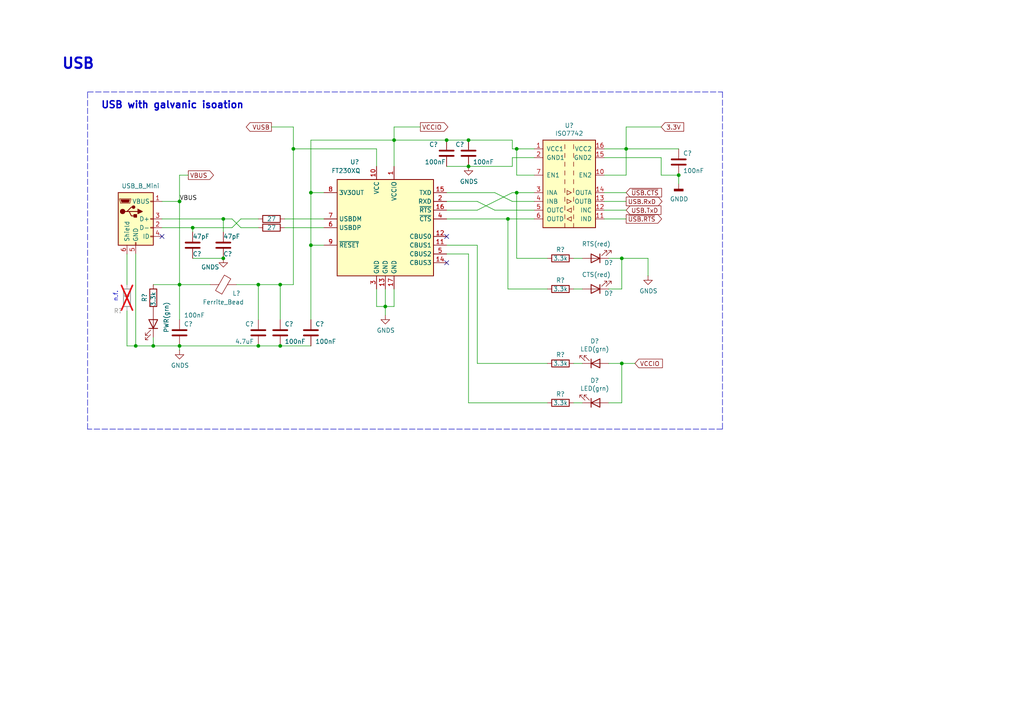
<source format=kicad_sch>
(kicad_sch (version 20250114) (generator "eeschema") (generator_version "9.0")
  (paper "A4")
  (title_block (title "RTB C10 Module") (date "2025-09-22") (rev "4") (company "Frank Schumacher") (comment 1 "Bus Master /w USB"))
  (lib_symbols
    (symbol "Connector:USB_B_Mini" (pin_names (offset 1.016))
      (property "Reference" "J" (at -5.08 11.43 0))
      (property "Value" "USB_B_Mini" (at -5.08 8.89 0))
      (symbol "USB_B_Mini_0_1"
        (rectangle (start -5.08 -7.62) (end 5.08 7.62) (stroke (width 0.254)) (fill (type background)))
        (polyline (pts (xy -4.699 5.842) (xy -4.699 5.588) (xy -4.445 4.826) (xy -4.445 4.572) (xy -1.651 4.572) (xy -1.651 4.826) (xy -1.397 5.588) (xy -1.397 5.842) (xy -4.699 5.842)))
        (polyline (pts (xy -4.318 5.588) (xy -1.778 5.588) (xy -2.032 4.826) (xy -4.064 4.826) (xy -4.318 5.588)) (fill (type outline)))
        (circle (center -3.81 2.159) (radius 0.635) (stroke (width 0.254)) (fill (type outline)))
        (polyline (pts (xy -3.175 2.159) (xy -2.54 2.159) (xy -1.27 3.429) (xy -0.635 3.429)) (stroke (width 0.254)))
        (polyline (pts (xy -2.54 2.159) (xy -1.905 2.159) (xy -1.27 0.889) (xy 0 0.889)) (stroke (width 0.254)))
        (polyline (pts (xy -1.905 2.159) (xy 0.635 2.159)) (stroke (width 0.254)))
        (circle (center -0.635 3.429) (radius 0.381) (stroke (width 0.254)) (fill (type outline)))
        (rectangle (start -0.127 -7.62) (end 0.127 -6.858))
        (rectangle (start 0.254 1.27) (end -0.508 0.508) (stroke (width 0.254)) (fill (type outline)))
        (polyline (pts (xy 0.635 2.794) (xy 0.635 1.524) (xy 1.905 2.159) (xy 0.635 2.794)) (stroke (width 0.254)) (fill (type outline)))
        (rectangle (start 5.08 4.953) (end 4.318 5.207))
        (rectangle (start 5.08 -0.127) (end 4.318 0.127))
        (rectangle (start 5.08 -2.667) (end 4.318 -2.413))
        (rectangle (start 5.08 -5.207) (end 4.318 -4.953))
      )
      (symbol "USB_B_Mini_1_1"
        (pin passive line (at -2.54 -10.16 90) (length 2.54) (name "Shield") (number "6"))
        (pin power_out line (at 0 -10.16 90) (length 2.54) (name "GND") (number "5"))
        (pin power_out line (at 7.62 5.08 180) (length 2.54) (name "VBUS") (number "1"))
        (pin bidirectional line (at 7.62 0 180) (length 2.54) (name "D+") (number "3"))
        (pin bidirectional line (at 7.62 -2.54 180) (length 2.54) (name "D-") (number "2"))
        (pin passive line (at 7.62 -5.08 180) (length 2.54) (name "ID") (number "4"))
      )
    )
    (symbol "Device:C" (pin_numbers (hide yes)) (pin_names (offset 0.254))
      (property "Reference" "C" (at 0.635 2.54 0))
      (property "Value" "C" (at 0.635 -2.54 0))
      (symbol "C_0_1"
        (polyline (pts (xy -2.032 0.762) (xy 2.032 0.762)) (stroke (width 0.508)))
        (polyline (pts (xy -2.032 -0.762) (xy 2.032 -0.762)) (stroke (width 0.508)))
      )
      (symbol "C_1_1"
        (pin passive line (at 0 3.81 270) (length 2.794) (name "~") (number "1"))
        (pin passive line (at 0 -3.81 90) (length 2.794) (name "~") (number "2"))
      )
    )
    (symbol "Device:Ferrite_Bead" (pin_numbers (hide yes)) (pin_names (offset 0))
      (property "Reference" "FB" (at -3.81 0.635 90))
      (property "Value" "Device_Ferrite_Bead" (at 3.81 0 90))
      (symbol "Ferrite_Bead_0_1"
        (polyline (pts (xy -2.7686 0.4064) (xy -1.7018 2.2606) (xy 2.7686 -0.3048) (xy 1.6764 -2.159) (xy -2.7686 0.4064)))
        (polyline (pts (xy 0 1.27) (xy 0 1.2954)))
        (polyline (pts (xy 0 -1.27) (xy 0 -1.2192)))
      )
      (symbol "Ferrite_Bead_1_1"
        (pin passive line (at 0 3.81 270) (length 2.54) (name "~") (number "1"))
        (pin passive line (at 0 -3.81 90) (length 2.54) (name "~") (number "2"))
      )
    )
    (symbol "Device:LED" (pin_numbers (hide yes)) (pin_names (offset 1.016) (hide yes))
      (property "Reference" "D" (at 0 2.54 0))
      (property "Value" "LED" (at 0 -2.54 0))
      (symbol "LED_0_1"
        (polyline (pts (xy -3.048 -0.762) (xy -4.572 -2.286) (xy -3.81 -2.286) (xy -4.572 -2.286) (xy -4.572 -1.524)))
        (polyline (pts (xy -1.778 -0.762) (xy -3.302 -2.286) (xy -2.54 -2.286) (xy -3.302 -2.286) (xy -3.302 -1.524)))
        (polyline (pts (xy -1.27 0) (xy 1.27 0)))
        (polyline (pts (xy -1.27 -1.27) (xy -1.27 1.27)) (stroke (width 0.254)))
        (polyline (pts (xy 1.27 -1.27) (xy 1.27 1.27) (xy -1.27 0) (xy 1.27 -1.27)) (stroke (width 0.254)))
      )
      (symbol "LED_1_1"
        (pin passive line (at -3.81 0 0) (length 2.54) (name "K") (number "1"))
        (pin passive line (at 3.81 0 180) (length 2.54) (name "A") (number "2"))
      )
    )
    (symbol "Device:R" (pin_numbers (hide yes)) (pin_names (offset 0))
      (property "Reference" "R" (at 2.032 0 90))
      (property "Value" "R" (at 0 0 90))
      (symbol "R_0_1"
        (rectangle (start -1.016 -2.54) (end 1.016 2.54) (stroke (width 0.254)))
      )
      (symbol "R_1_1"
        (pin passive line (at 0 3.81 270) (length 1.27) (name "~") (number "1"))
        (pin passive line (at 0 -3.81 90) (length 1.27) (name "~") (number "2"))
      )
    )
    (symbol "Interface_USB:FT230XQ"
      (property "Reference" "U" (at -13.97 15.24 0))
      (property "Value" "FT230XQ" (at 7.62 15.24 0))
      (symbol "FT230XQ_0_1"
        (rectangle (start -13.97 13.97) (end 13.97 -13.97) (stroke (width 0.254)) (fill (type background)))
      )
      (symbol "FT230XQ_1_1"
        (pin power_out line (at -17.78 10.16 0) (length 3.81) (name "3V3OUT") (number "8"))
        (pin bidirectional line (at -17.78 2.54 0) (length 3.81) (name "USBDM") (number "7"))
        (pin bidirectional line (at -17.78 0 0) (length 3.81) (name "USBDP") (number "6"))
        (pin input line (at -17.78 -5.08 0) (length 3.81) (name "~{RESET}") (number "9"))
        (pin power_in line (at -2.54 17.78 270) (length 3.81) (name "VCC") (number "10"))
        (pin power_in line (at -2.54 -17.78 90) (length 3.81) (name "GND") (number "3"))
        (pin power_in line (at 0 -17.78 90) (length 3.81) (name "GND") (number "13"))
        (pin power_in line (at 2.54 17.78 270) (length 3.81) (name "VCCIO") (number "1"))
        (pin power_in line (at 2.54 -17.78 90) (length 3.81) (name "GND") (number "17"))
        (pin output line (at 17.78 10.16 180) (length 3.81) (name "TXD") (number "15"))
        (pin input line (at 17.78 7.62 180) (length 3.81) (name "RXD") (number "2"))
        (pin output line (at 17.78 5.08 180) (length 3.81) (name "~{RTS}") (number "16"))
        (pin input line (at 17.78 2.54 180) (length 3.81) (name "~{CTS}") (number "4"))
        (pin bidirectional line (at 17.78 -2.54 180) (length 3.81) (name "CBUS0") (number "12"))
        (pin bidirectional line (at 17.78 -5.08 180) (length 3.81) (name "CBUS1") (number "11"))
        (pin bidirectional line (at 17.78 -7.62 180) (length 3.81) (name "CBUS2") (number "5"))
        (pin bidirectional line (at 17.78 -10.16 180) (length 3.81) (name "CBUS3") (number "14"))
      )
    )
    (symbol "RTB:ISO7742" (pin_names (offset 1.016))
      (property "Reference" "U" (at 0 15.875 0))
      (property "Value" "ISO7742" (at 0 13.97 0))
      (symbol "ISO7742_0_1"
        (rectangle (start -7.62 12.7) (end 7.62 -12.7) (stroke (width 0.254)) (fill (type background)))
        (polyline (pts (xy -1.27 11.43) (xy -1.27 10.16)))
        (polyline (pts (xy -1.27 8.89) (xy -1.27 7.62)))
        (polyline (pts (xy -1.27 6.35) (xy -1.27 5.08)))
        (polyline (pts (xy -1.27 3.81) (xy -1.27 2.54)))
        (polyline (pts (xy -1.27 1.27) (xy -1.27 0)))
        (polyline (pts (xy -1.27 -1.27) (xy -1.27 -2.54)))
        (polyline (pts (xy -1.27 -3.81) (xy -1.27 -5.08)))
        (polyline (pts (xy -1.27 -6.35) (xy -1.27 -7.62)))
        (polyline (pts (xy -1.27 -8.89) (xy -1.27 -10.16)))
        (polyline (pts (xy -1.27 -11.43) (xy -1.27 -12.7)))
        (polyline (pts (xy -0.635 -1.905) (xy -0.635 -3.175) (xy 0.635 -2.54) (xy -0.635 -1.905)))
        (polyline (pts (xy -0.635 -4.445) (xy -0.635 -5.715) (xy 0.635 -5.08) (xy -0.635 -4.445)))
        (polyline (pts (xy -0.635 -7.62) (xy 0.635 -6.985) (xy 0.635 -8.255) (xy -0.635 -7.62)))
        (polyline (pts (xy -0.635 -10.16) (xy 0.635 -9.525) (xy 0.635 -10.795) (xy -0.635 -10.16)))
        (polyline (pts (xy 1.27 11.43) (xy 1.27 10.16)))
        (polyline (pts (xy 1.27 8.89) (xy 1.27 7.62)))
        (polyline (pts (xy 1.27 6.35) (xy 1.27 5.08)))
        (polyline (pts (xy 1.27 3.81) (xy 1.27 2.54)))
        (polyline (pts (xy 1.27 1.27) (xy 1.27 0)))
        (polyline (pts (xy 1.27 -1.27) (xy 1.27 -2.54)))
        (polyline (pts (xy 1.27 -3.81) (xy 1.27 -5.08)))
        (polyline (pts (xy 1.27 -6.35) (xy 1.27 -7.62)))
        (polyline (pts (xy 1.27 -8.89) (xy 1.27 -10.16)))
        (polyline (pts (xy 1.27 -11.43) (xy 1.27 -12.7)))
      )
      (symbol "ISO7742_1_1"
        (pin power_in line (at -10.16 10.16 0) (length 2.54) (name "VCC1") (number "1"))
        (pin power_in line (at -10.16 7.62 0) (length 2.54) (name "GND1") (number "2"))
        (pin passive line (at -10.16 7.62 0) (length 2.54) (hide yes) (name "GND1") (number "8"))
        (pin input line (at -10.16 2.54 0) (length 2.54) (name "EN1") (number "7"))
        (pin input line (at -10.16 -2.54 0) (length 2.54) (name "INA") (number "3"))
        (pin input line (at -10.16 -5.08 0) (length 2.54) (name "INB") (number "4"))
        (pin output line (at -10.16 -7.62 0) (length 2.54) (name "OUTC") (number "5"))
        (pin output line (at -10.16 -10.16 0) (length 2.54) (name "OUTD") (number "6"))
        (pin power_in line (at 10.16 10.16 180) (length 2.54) (name "VCC2") (number "16"))
        (pin power_in line (at 10.16 7.62 180) (length 2.54) (name "GND2") (number "15"))
        (pin passive line (at 10.16 7.62 180) (length 2.54) (hide yes) (name "GND2") (number "9"))
        (pin input line (at 10.16 2.54 180) (length 2.54) (name "EN2") (number "10"))
        (pin output line (at 10.16 -2.54 180) (length 2.54) (name "OUTA") (number "14"))
        (pin output line (at 10.16 -5.08 180) (length 2.54) (name "OUTB") (number "13"))
        (pin input line (at 10.16 -7.62 180) (length 2.54) (name "INC") (number "12"))
        (pin input line (at 10.16 -10.16 180) (length 2.54) (name "IND") (number "11"))
      )
    )
    (symbol "power:GNDD" (power) (pin_numbers (hide yes)) (pin_names (offset 0) (hide yes))
      (property "Value" "GNDD" (at 0 -3.175 0))
      (symbol "GNDD_0_1"
        (rectangle (start -1.27 -1.524) (end 1.27 -2.032) (stroke (width 0.254)) (fill (type outline)))
        (polyline (pts (xy 0 0) (xy 0 -1.524)))
      )
      (symbol "GNDD_1_1"
        (pin power_in line (at 0 0 270) (length 0) (name "~") (number "1"))
      )
    )
    (symbol "power:GNDS" (power) (pin_numbers (hide yes)) (pin_names (offset 0) (hide yes))
      (property "Value" "GNDS" (at 0 -3.81 0))
      (symbol "GNDS_0_1"
        (polyline (pts (xy 0 0) (xy 0 -1.27) (xy 1.27 -1.27) (xy 0 -2.54) (xy -1.27 -1.27) (xy 0 -1.27)))
      )
      (symbol "GNDS_1_1"
        (pin power_in line (at 0 0 270) (length 0) (name "~") (number "1"))
      )
    )
  )
  (text "USB" (at 17.78 20.32 0) (effects (font (size 2.9972 2.9972) (thickness 0.5994) (bold yes)) (justify left bottom)))
  (text "n.f." (at 34.29 87.63 90) (effects (font (size 1.27 1.27)) (justify left bottom)))
  (text "USB with galvanic isoation" (at 29.21 31.75 0) (effects (font (size 2.0066 2.0066) (thickness 0.4013) (bold yes)) (justify left bottom)))
  (junction (at 147.32 63.5))
  (junction (at 180.34 74.93))
  (junction (at 111.76 88.9))
  (junction (at 90.17 71.12))
  (junction (at 135.89 40.64))
  (junction (at 44.45 100.33))
  (junction (at 64.77 63.5))
  (junction (at 196.85 50.8))
  (junction (at 149.86 43.18))
  (junction (at 52.07 100.33))
  (junction (at 90.17 55.88))
  (junction (at 81.28 100.33))
  (junction (at 129.54 40.64))
  (junction (at 135.89 48.26))
  (junction (at 55.88 66.04))
  (junction (at 181.61 43.18))
  (junction (at 64.77 74.93))
  (junction (at 81.28 82.55))
  (junction (at 85.09 43.18))
  (junction (at 180.34 105.41))
  (junction (at 149.86 55.88))
  (junction (at 52.07 82.55))
  (junction (at 52.07 58.42))
  (junction (at 39.37 100.33))
  (junction (at 74.93 100.33))
  (junction (at 114.3 40.64))
  (junction (at 74.93 82.55))
  (no_connect (at 129.54 76.2))
  (no_connect (at 129.54 68.58))
  (no_connect (at 46.99 68.58))
  (wire (pts (xy 39.37 73.66) (xy 39.37 100.33)))
  (wire (pts (xy 166.37 105.41) (xy 168.91 105.41)))
  (wire (pts (xy 82.55 66.04) (xy 93.98 66.04)))
  (wire (pts (xy 138.43 105.41) (xy 158.75 105.41)))
  (wire (pts (xy 147.32 63.5) (xy 154.94 63.5)))
  (wire (pts (xy 74.93 100.33) (xy 81.28 100.33)))
  (wire (pts (xy 114.3 83.82) (xy 114.3 88.9)))
  (wire (pts (xy 148.59 48.26) (xy 148.59 45.72)))
  (wire (pts (xy 180.34 74.93) (xy 180.34 83.82)))
  (wire (pts (xy 143.51 60.96) (xy 154.94 60.96)))
  (wire (pts (xy 149.86 50.8) (xy 154.94 50.8)))
  (wire (pts (xy 109.22 83.82) (xy 109.22 88.9)))
  (wire (pts (xy 138.43 58.42) (xy 129.54 58.42)))
  (wire (pts (xy 149.86 43.18) (xy 149.86 50.8)))
  (wire (pts (xy 180.34 74.93) (xy 187.96 74.93)))
  (wire (pts (xy 93.98 71.12) (xy 90.17 71.12)))
  (wire (pts (xy 148.59 58.42) (xy 143.51 55.88)))
  (wire (pts (xy 67.31 66.04) (xy 69.85 63.5)))
  (wire (pts (xy 181.61 43.18) (xy 196.85 43.18)))
  (wire (pts (xy 36.83 100.33) (xy 39.37 100.33)))
  (wire (pts (xy 111.76 88.9) (xy 111.76 83.82)))
  (wire (pts (xy 74.93 82.55) (xy 81.28 82.55)))
  (wire (pts (xy 129.54 63.5) (xy 147.32 63.5)))
  (wire (pts (xy 46.99 66.04) (xy 55.88 66.04)))
  (wire (pts (xy 52.07 58.42) (xy 52.07 82.55)))
  (wire (pts (xy 148.59 55.88) (xy 149.86 55.88)))
  (wire (pts (xy 135.89 116.84) (xy 158.75 116.84)))
  (wire (pts (xy 82.55 63.5) (xy 93.98 63.5)))
  (wire (pts (xy 55.88 67.31) (xy 55.88 66.04)))
  (wire (pts (xy 143.51 55.88) (xy 129.54 55.88)))
  (wire (pts (xy 149.86 55.88) (xy 154.94 55.88)))
  (wire (pts (xy 176.53 74.93) (xy 180.34 74.93)))
  (wire (pts (xy 175.26 50.8) (xy 181.61 50.8)))
  (wire (pts (xy 74.93 92.71) (xy 74.93 82.55)))
  (wire (pts (xy 175.26 43.18) (xy 181.61 43.18)))
  (wire (pts (xy 81.28 100.33) (xy 90.17 100.33)))
  (wire (pts (xy 52.07 82.55) (xy 52.07 92.71)))
  (wire (pts (xy 114.3 48.26) (xy 114.3 40.64)))
  (wire (pts (xy 109.22 88.9) (xy 111.76 88.9)))
  (wire (pts (xy 166.37 83.82) (xy 168.91 83.82)))
  (polyline (pts (xy 25.4 124.46) (xy 25.4 26.67)) (stroke (width 0) (type dash)))
  (wire (pts (xy 138.43 71.12) (xy 138.43 105.41)))
  (wire (pts (xy 55.88 66.04) (xy 67.31 66.04)))
  (wire (pts (xy 138.43 60.96) (xy 148.59 55.88)))
  (wire (pts (xy 109.22 48.26) (xy 109.22 43.18)))
  (wire (pts (xy 109.22 43.18) (xy 85.09 43.18)))
  (wire (pts (xy 44.45 100.33) (xy 52.07 100.33)))
  (wire (pts (xy 64.77 67.31) (xy 64.77 63.5)))
  (wire (pts (xy 181.61 36.83) (xy 181.61 43.18)))
  (wire (pts (xy 149.86 43.18) (xy 154.94 43.18)))
  (wire (pts (xy 181.61 43.18) (xy 181.61 50.8)))
  (wire (pts (xy 148.59 40.64) (xy 148.59 43.18)))
  (wire (pts (xy 81.28 92.71) (xy 81.28 82.55)))
  (wire (pts (xy 135.89 48.26) (xy 148.59 48.26)))
  (wire (pts (xy 111.76 88.9) (xy 114.3 88.9)))
  (wire (pts (xy 69.85 66.04) (xy 74.93 66.04)))
  (wire (pts (xy 135.89 40.64) (xy 148.59 40.64)))
  (polyline (pts (xy 209.55 124.46) (xy 25.4 124.46)) (stroke (width 0) (type dash)))
  (wire (pts (xy 36.83 73.66) (xy 36.83 82.55)))
  (wire (pts (xy 85.09 36.83) (xy 85.09 43.18)))
  (wire (pts (xy 52.07 50.8) (xy 54.61 50.8)))
  (polyline (pts (xy 209.55 26.67) (xy 209.55 124.46)) (stroke (width 0) (type dash)))
  (wire (pts (xy 85.09 43.18) (xy 85.09 82.55)))
  (wire (pts (xy 175.26 58.42) (xy 181.61 58.42)))
  (wire (pts (xy 129.54 60.96) (xy 138.43 60.96)))
  (wire (pts (xy 180.34 116.84) (xy 176.53 116.84)))
  (wire (pts (xy 166.37 74.93) (xy 168.91 74.93)))
  (wire (pts (xy 138.43 71.12) (xy 129.54 71.12)))
  (wire (pts (xy 46.99 58.42) (xy 52.07 58.42)))
  (wire (pts (xy 175.26 63.5) (xy 181.61 63.5)))
  (wire (pts (xy 90.17 55.88) (xy 93.98 55.88)))
  (wire (pts (xy 129.54 48.26) (xy 135.89 48.26)))
  (wire (pts (xy 114.3 40.64) (xy 90.17 40.64)))
  (wire (pts (xy 175.26 45.72) (xy 191.77 45.72)))
  (wire (pts (xy 36.83 90.17) (xy 36.83 100.33)))
  (wire (pts (xy 114.3 40.64) (xy 114.3 36.83)))
  (wire (pts (xy 147.32 83.82) (xy 158.75 83.82)))
  (wire (pts (xy 191.77 50.8) (xy 196.85 50.8)))
  (wire (pts (xy 149.86 74.93) (xy 158.75 74.93)))
  (wire (pts (xy 55.88 74.93) (xy 64.77 74.93)))
  (wire (pts (xy 68.58 82.55) (xy 74.93 82.55)))
  (wire (pts (xy 147.32 63.5) (xy 147.32 83.82)))
  (wire (pts (xy 175.26 60.96) (xy 181.61 60.96)))
  (wire (pts (xy 39.37 100.33) (xy 44.45 100.33)))
  (wire (pts (xy 67.31 63.5) (xy 69.85 66.04)))
  (wire (pts (xy 44.45 82.55) (xy 52.07 82.55)))
  (wire (pts (xy 180.34 105.41) (xy 180.34 116.84)))
  (wire (pts (xy 114.3 36.83) (xy 121.92 36.83)))
  (wire (pts (xy 129.54 73.66) (xy 135.89 73.66)))
  (wire (pts (xy 111.76 88.9) (xy 111.76 91.44)))
  (wire (pts (xy 129.54 40.64) (xy 135.89 40.64)))
  (wire (pts (xy 69.85 63.5) (xy 74.93 63.5)))
  (wire (pts (xy 180.34 83.82) (xy 176.53 83.82)))
  (wire (pts (xy 154.94 58.42) (xy 148.59 58.42)))
  (wire (pts (xy 191.77 36.83) (xy 181.61 36.83)))
  (wire (pts (xy 64.77 63.5) (xy 67.31 63.5)))
  (wire (pts (xy 46.99 63.5) (xy 64.77 63.5)))
  (wire (pts (xy 90.17 71.12) (xy 90.17 92.71)))
  (polyline (pts (xy 25.4 26.67) (xy 209.55 26.67)) (stroke (width 0) (type dash)))
  (wire (pts (xy 191.77 45.72) (xy 191.77 50.8)))
  (wire (pts (xy 148.59 45.72) (xy 154.94 45.72)))
  (wire (pts (xy 90.17 71.12) (xy 90.17 55.88)))
  (wire (pts (xy 168.91 116.84) (xy 166.37 116.84)))
  (wire (pts (xy 187.96 74.93) (xy 187.96 80.01)))
  (wire (pts (xy 149.86 55.88) (xy 149.86 74.93)))
  (wire (pts (xy 52.07 101.6) (xy 52.07 100.33)))
  (wire (pts (xy 52.07 82.55) (xy 60.96 82.55)))
  (wire (pts (xy 135.89 73.66) (xy 135.89 116.84)))
  (wire (pts (xy 176.53 105.41) (xy 180.34 105.41)))
  (wire (pts (xy 148.59 43.18) (xy 149.86 43.18)))
  (wire (pts (xy 44.45 97.79) (xy 44.45 100.33)))
  (wire (pts (xy 180.34 105.41) (xy 184.15 105.41)))
  (wire (pts (xy 196.85 53.34) (xy 196.85 50.8)))
  (wire (pts (xy 81.28 82.55) (xy 85.09 82.55)))
  (wire (pts (xy 52.07 58.42) (xy 52.07 50.8)))
  (wire (pts (xy 78.74 36.83) (xy 85.09 36.83)))
  (wire (pts (xy 114.3 40.64) (xy 129.54 40.64)))
  (wire (pts (xy 52.07 100.33) (xy 74.93 100.33)))
  (wire (pts (xy 175.26 55.88) (xy 181.61 55.88)))
  (wire (pts (xy 143.51 60.96) (xy 138.43 58.42)))
  (wire (pts (xy 90.17 55.88) (xy 90.17 40.64)))
  (label "VBUS" (at 52.07 58.42 0))
  (global_label "~{USB.CTS}" (shape input) (at 181.61 55.88 0) (property "Intersheetrefs" "${INTERSHEET_REFS}" (effects (hide yes))))
  (global_label "USB.TxD" (shape input) (at 181.61 60.96 0) (property "Intersheetrefs" "${INTERSHEET_REFS}" (effects (hide yes))))
  (global_label "~{USB.RTS}" (shape output) (at 181.61 63.5 0) (property "Intersheetrefs" "${INTERSHEET_REFS}" (effects (hide yes))))
  (global_label "USB.RxD" (shape output) (at 181.61 58.42 0) (property "Intersheetrefs" "${INTERSHEET_REFS}" (effects (hide yes))))
  (global_label "VBUS" (shape output) (at 54.61 50.8 0) (property "Intersheetrefs" "${INTERSHEET_REFS}" (effects (hide yes))))
  (global_label "VCCIO" (shape input) (at 184.15 105.41 0) (property "Intersheetrefs" "${INTERSHEET_REFS}" (effects (hide yes))))
  (global_label "VUSB" (shape output) (at 78.74 36.83 180) (property "Intersheetrefs" "${INTERSHEET_REFS}" (effects (hide yes))))
  (global_label "VCCIO" (shape output) (at 121.92 36.83 0) (property "Intersheetrefs" "${INTERSHEET_REFS}" (effects (hide yes))))
  (global_label "3.3V" (shape input) (at 191.77 36.83 0) (property "Intersheetrefs" "${INTERSHEET_REFS}" (effects (hide yes))))
  (symbol (lib_id "Device:R") (at 36.83 86.36 0) (unit 1) (dnp yes)
    (property "Reference" "R27" (at 35.56 90.17 0) (effects (justify right)))
    (property "Value" "0" (at 36.83 85.09 90) (effects (justify right)))
    (property "Footprint" "Resistor_SMD:R_0603_1608Metric" (effects (hide yes)))
    (property "Description" "Thin Film Resistors - SMD Zero ohm Jumper" (effects (hide yes)))
    (property "Mouser" "594-MCT0603MZ0000ZP5" (effects (hide yes)))
    (instances (project "" (path "" (reference "R?") (unit 1)) (path "" (reference "R27") (unit 1))))
  )
  (symbol (lib_id "Device:C") (at 81.28 96.52 180) (unit 1)
    (property "Reference" "C22" (at 82.55 93.98 0) (effects (justify right)))
    (property "Value" "100nF" (at 82.55 99.06 0) (effects (justify right)))
    (property "Footprint" "Capacitor_SMD:C_0603_1608Metric" (effects (hide yes)))
    (property "Description" "50V 0.1uF 0603 X7R MLCC" (effects (hide yes)))
    (property "LCSC Part #" "C14663" (effects (hide yes)))
    (instances (project "" (path "" (reference "C?") (unit 1)) (path "" (reference "C22") (unit 1))))
  )
  (symbol (lib_id "Device:C") (at 55.88 71.12 180) (unit 1)
    (property "Reference" "C14" (at 55.88 73.66 0) (effects (justify right)))
    (property "Value" "47pF" (at 55.88 68.58 0) (effects (justify right)))
    (property "Footprint" "Capacitor_SMD:C_0603_1608Metric" (effects (hide yes)))
    (property "Description" "47pF 50V C0G ±5% 0603 MLCC" (effects (hide yes)))
    (property "LCSC Part #" "C5137501" (effects (hide yes)))
    (instances (project "" (path "" (reference "C?") (unit 1)) (path "" (reference "C14") (unit 1))))
  )
  (symbol (lib_id "Device:C") (at 64.77 71.12 180) (unit 1)
    (property "Reference" "C15" (at 64.77 73.66 0) (effects (justify right)))
    (property "Value" "47pF" (at 64.77 68.58 0) (effects (justify right)))
    (property "Footprint" "Capacitor_SMD:C_0603_1608Metric" (effects (hide yes)))
    (property "Description" "47pF 50V C0G ±5% 0603 MLCC" (effects (hide yes)))
    (property "LCSC Part #" "C5137501" (effects (hide yes)))
    (instances (project "" (path "" (reference "C?") (unit 1)) (path "" (reference "C15") (unit 1))))
  )
  (symbol (lib_id "power:GNDS") (at 64.77 74.93 0) (unit 1)
    (property "Reference" "#PWR023" (effects (hide yes)))
    (property "Value" "GNDS" (at 60.96 77.47 0))
    (instances (project "" (path "" (reference "#PWR?") (unit 1)) (path "" (reference "#PWR023") (unit 1))))
  )
  (symbol (lib_id "Device:R") (at 162.56 83.82 270) (unit 1)
    (property "Reference" "R30" (at 162.56 81.28 90))
    (property "Value" "3.3k" (at 162.56 83.82 90))
    (property "Footprint" "Resistor_SMD:R_0603_1608Metric" (effects (hide yes)))
    (property "Description" "1/10watt 3.3Kohms 1%" (effects (hide yes)))
    (property "LCSC Part #" "0603WAF3301T5E" (effects (hide yes)))
    (instances (project "" (path "" (reference "R?") (unit 1)) (path "" (reference "R30") (unit 1))))
  )
  (symbol (lib_id "Device:R") (at 162.56 74.93 270) (unit 1)
    (property "Reference" "R29" (at 162.56 72.39 90))
    (property "Value" "3.3k" (at 162.56 74.93 90))
    (property "Footprint" "Resistor_SMD:R_0603_1608Metric" (effects (hide yes)))
    (property "Description" "1/10watt 3.3Kohms 1%" (effects (hide yes)))
    (property "LCSC Part #" "0603WAF3301T5E" (effects (hide yes)))
    (instances (project "" (path "" (reference "R?") (unit 1)) (path "" (reference "R29") (unit 1))))
  )
  (symbol (lib_id "Device:LED") (at 172.72 74.93 180) (unit 1)
    (property "Reference" "D17" (at 176.53 76.2 0))
    (property "Value" "RTS(red)" (at 172.9486 70.7644 0))
    (property "Footprint" "LED_SMD:LED_0603_1608Metric" (effects (hide yes)))
    (instances (project "" (path "" (reference "D?") (unit 1)) (path "" (reference "D17") (unit 1))))
  )
  (symbol (lib_id "Device:LED") (at 172.72 83.82 180) (unit 1)
    (property "Reference" "D18" (at 176.53 85.09 0))
    (property "Value" "CTS(red)" (at 172.9486 79.6544 0))
    (property "Footprint" "LED_SMD:LED_0603_1608Metric" (effects (hide yes)))
    (instances (project "" (path "" (reference "D?") (unit 1)) (path "" (reference "D18") (unit 1))))
  )
  (symbol (lib_id "power:GNDS") (at 187.96 80.01 0) (unit 1)
    (property "Reference" "#PWR027" (effects (hide yes)))
    (property "Value" "GNDS" (at 188.087 84.4042 0))
    (instances (project "" (path "" (reference "#PWR?") (unit 1)) (path "" (reference "#PWR027") (unit 1))))
  )
  (symbol (lib_id "Interface_USB:FT230XQ") (at 111.76 66.04 0) (unit 1)
    (property "Reference" "U6" (at 102.87 46.99 0))
    (property "Value" "FT230XQ" (at 100.33 49.53 0))
    (property "Footprint" "Package_DFN_QFN:QFN-16-1EP_4x4mm_P0.65mm_EP2.7x2.7mm" (effects (hide yes)))
    (property "Datasheet" "http://www.ftdichip.com/Support/Documents/DataSheets/ICs/DS_FT231X.pdf" (effects (hide yes)))
    (property "Description" "USB to UART QFN-16-EP(4x4)" (effects (hide yes)))
    (property "Mouser" "895-FT230XQ-R" (effects (hide yes)))
    (property "LCSC Part #" "C128629" (effects (hide yes)))
    (instances (project "" (path "" (reference "U?") (unit 1)) (path "" (reference "U?") (unit 1)) (path "" (reference "U6") (unit 1))))
  )
  (symbol (lib_id "Connector:USB_B_Mini") (at 39.37 63.5 0) (unit 1)
    (property "Reference" "J1" (effects (hide yes)))
    (property "Value" "USB_B_Mini" (at 40.767 53.9496 0))
    (property "Footprint" "RTB:USB_Micro-B_Reichelt_BWM_SMD" (effects (hide yes)))
    (property "Description" "USB Connectors Mini R/A SMT B Type" (effects (hide yes)))
    (property "Mouser" "649-10033526N3222MLF" (effects (hide yes)))
    (instances (project "" (path "" (reference "J?") (unit 1)) (path "" (reference "J?") (unit 1)) (path "" (reference "J1") (unit 1))))
  )
  (symbol (lib_id "Device:Ferrite_Bead") (at 64.77 82.55 90) (unit 1)
    (property "Reference" "L1" (at 68.58 85.09 90))
    (property "Value" "Ferrite_Bead" (at 64.77 87.63 90))
    (property "Footprint" "Inductor_SMD:L_0805_2012Metric" (effects (hide yes)))
    (property "Description" "Ferrite Chip Bead, 1A" (effects (hide yes)))
    (property "Mouser" "603-BBPY201209152Y00" (effects (hide yes)))
    (property "LCSC Part #" "C845118" (effects (hide yes)))
    (instances (project "" (path "" (reference "L?") (unit 1)) (path "" (reference "L1") (unit 1))))
  )
  (symbol (lib_id "Device:R") (at 78.74 63.5 270) (unit 1)
    (property "Reference" "R16" (effects (hide yes)))
    (property "Value" "27" (at 78.74 63.5 90))
    (property "Footprint" "Resistor_SMD:R_0603_1608Metric" (effects (hide yes)))
    (property "Description" "27Ohms, 1%, 1/10W" (effects (hide yes)))
    (property "Mouser" "603-RC0603FR-0727RL" (effects (hide yes)))
    (property "LCSC Part #" "C23345" (effects (hide yes)))
    (instances (project "" (path "" (reference "R?") (unit 1)) (path "" (reference "R16") (unit 1))))
  )
  (symbol (lib_id "Device:R") (at 78.74 66.04 270) (unit 1)
    (property "Reference" "R20" (effects (hide yes)))
    (property "Value" "27" (at 78.74 66.04 90))
    (property "Footprint" "Resistor_SMD:R_0603_1608Metric" (effects (hide yes)))
    (property "Description" "27Ohms, 1%, 1/10W" (effects (hide yes)))
    (property "Mouser" "603-RC0603FR-0727RL" (effects (hide yes)))
    (property "LCSC Part #" "C23345" (effects (hide yes)))
    (instances (project "" (path "" (reference "R?") (unit 1)) (path "" (reference "R20") (unit 1))))
  )
  (symbol (lib_id "Device:C") (at 52.07 96.52 180) (unit 1)
    (property "Reference" "C5" (at 53.34 93.98 0) (effects (justify right)))
    (property "Value" "100nF" (at 53.34 91.44 0) (effects (justify right)))
    (property "Footprint" "Capacitor_SMD:C_0603_1608Metric" (effects (hide yes)))
    (property "Description" "50V 0.1uF 0603 X7R MLCC" (effects (hide yes)))
    (property "LCSC Part #" "C14663" (effects (hide yes)))
    (instances (project "" (path "" (reference "C?") (unit 1)) (path "" (reference "C5") (unit 1))))
  )
  (symbol (lib_id "power:GNDS") (at 52.07 101.6 0) (unit 1)
    (property "Reference" "#PWR09" (effects (hide yes)))
    (property "Value" "GNDS" (at 52.197 105.9942 0))
    (instances (project "" (path "" (reference "#PWR?") (unit 1)) (path "" (reference "#PWR09") (unit 1))))
  )
  (symbol (lib_id "power:GNDS") (at 111.76 91.44 0) (unit 1)
    (property "Reference" "#PWR016" (effects (hide yes)))
    (property "Value" "GNDS" (at 111.887 95.8342 0))
    (instances (project "" (path "" (reference "#PWR?") (unit 1)) (path "" (reference "#PWR016") (unit 1))))
  )
  (symbol (lib_id "Device:C") (at 74.93 96.52 0) (unit 1)
    (property "Reference" "C6" (at 73.66 93.98 0) (effects (justify right)))
    (property "Value" "4.7uF" (at 73.66 99.06 0) (effects (justify right)))
    (property "Footprint" "Resistor_SMD:R_0603_1608Metric" (effects (hide yes)))
    (property "Description" "16V 4.7uF X5R ±10% 0603 MLCC" (effects (hide yes)))
    (property "LCSC Part #" "C19666" (effects (hide yes)))
    (instances (project "" (path "" (reference "C?") (unit 1)) (path "" (reference "C6") (unit 1))))
  )
  (symbol (lib_id "Device:C") (at 90.17 96.52 180) (unit 1)
    (property "Reference" "C7" (at 91.44 93.98 0) (effects (justify right)))
    (property "Value" "100nF" (at 91.44 99.06 0) (effects (justify right)))
    (property "Footprint" "Capacitor_SMD:C_0603_1608Metric" (effects (hide yes)))
    (property "Description" "50V 0.1uF 0603 X7R MLCC" (effects (hide yes)))
    (property "Mouser" "963-MAJCU168BB7104KT" (effects (hide yes)))
    (property "LCSC Part #" "C14663" (effects (hide yes)))
    (instances (project "" (path "" (reference "C?") (unit 1)) (path "" (reference "C7") (unit 1))))
  )
  (symbol (lib_id "Device:LED") (at 172.72 105.41 0) (mirror x) (unit 1)
    (property "Reference" "D11" (at 172.4914 98.933 0))
    (property "Value" "LED(grn)" (at 172.4914 101.2444 0))
    (property "Footprint" "LED_SMD:LED_0603_1608Metric" (effects (hide yes)))
    (instances (project "" (path "" (reference "D?") (unit 1)) (path "" (reference "D11") (unit 1))))
  )
  (symbol (lib_id "Device:LED") (at 172.72 116.84 0) (mirror x) (unit 1)
    (property "Reference" "D12" (at 172.4914 110.363 0))
    (property "Value" "LED(grn)" (at 172.4914 112.6744 0))
    (property "Footprint" "LED_SMD:LED_0603_1608Metric" (effects (hide yes)))
    (instances (project "" (path "" (reference "D?") (unit 1)) (path "" (reference "D12") (unit 1))))
  )
  (symbol (lib_id "Device:R") (at 162.56 105.41 270) (unit 1)
    (property "Reference" "R22" (at 162.56 102.87 90))
    (property "Value" "3.3k" (at 162.56 105.41 90))
    (property "Footprint" "Resistor_SMD:R_0603_1608Metric" (effects (hide yes)))
    (property "Description" "3.3kOhms, 1%, 1/10W" (effects (hide yes)))
    (property "Mouser" "603-RC0603FR-073K3L" (effects (hide yes)))
    (property "LCSC Part #" "0603WAF3301T5E" (effects (hide yes)))
    (instances (project "" (path "" (reference "R?") (unit 1)) (path "" (reference "R22") (unit 1))))
  )
  (symbol (lib_id "Device:R") (at 162.56 116.84 270) (unit 1)
    (property "Reference" "R23" (at 162.56 114.3 90))
    (property "Value" "3.3k" (at 162.56 116.84 90))
    (property "Footprint" "Resistor_SMD:R_0603_1608Metric" (effects (hide yes)))
    (property "Description" "3.3kOhms, 1%, 1/10W" (effects (hide yes)))
    (property "Mouser" "603-RC0603FR-073K3L" (effects (hide yes)))
    (property "LCSC Part #" "0603WAF3301T5E" (effects (hide yes)))
    (instances (project "" (path "" (reference "R?") (unit 1)) (path "" (reference "R23") (unit 1))))
  )
  (symbol (lib_id "Device:LED") (at 44.45 93.98 270) (mirror x) (unit 1)
    (property "Reference" "D8" (effects (hide yes)))
    (property "Value" "PWR(grn)" (at 48.26 96.52 0) (effects (justify left)))
    (property "Footprint" "LED_SMD:LED_0603_1608Metric" (effects (hide yes)))
    (instances (project "" (path "" (reference "D?") (unit 1)) (path "" (reference "D8") (unit 1))))
  )
  (symbol (lib_id "Device:R") (at 44.45 86.36 180) (unit 1)
    (property "Reference" "R15" (at 41.91 87.63 90) (effects (justify right)))
    (property "Value" "3.3k" (at 44.45 88.9 90) (effects (justify right)))
    (property "Footprint" "Resistor_SMD:R_0603_1608Metric" (effects (hide yes)))
    (property "Description" "1/10watt 3.3Kohms 1%" (effects (hide yes)))
    (property "Mouser" "71-CRCW0603-4.7K-E3" (effects (hide yes)))
    (property "LCSC Part #" "0603WAF3301T5E" (effects (hide yes)))
    (instances (project "" (path "" (reference "R?") (unit 1)) (path "" (reference "R15") (unit 1))))
  )
  (symbol (lib_id "RTB:ISO7742") (at 165.1 53.34 0) (unit 1)
    (property "Reference" "U7" (at 165.1 36.3982 0))
    (property "Value" "ISO7742" (at 165.1 38.7096 0))
    (property "Footprint" "Package_SO:SSOP-16_3.9x4.9mm_P0.635mm" (effects (hide yes)))
    (property "Datasheet" "http://www.ti.com/general/docs/lit/getliterature.tsp?genericPartNumber=iso7342c&fileType=pdf" (effects (hide yes)))
    (property "Description" "Digital Isolators SOIC-16-300mil" (effects (hide yes)))
    (property "Mouser" "595-ISO7742QDBQRQ1" (effects (hide yes)))
    (property "LCSC Part #" "C5216468" (effects (hide yes)))
    (instances (project "" (path "" (reference "U?") (unit 1)) (path "" (reference "U7") (unit 1))))
  )
  (symbol (lib_id "Device:C") (at 135.89 44.45 180) (unit 1)
    (property "Reference" "C9" (at 132.08 41.91 0) (effects (justify right)))
    (property "Value" "100nF" (at 137.16 46.99 0) (effects (justify right)))
    (property "Footprint" "Capacitor_SMD:C_0603_1608Metric" (effects (hide yes)))
    (property "Description" "100nF 50V X7R ±10% 0603 MLCC" (effects (hide yes)))
    (property "Mouser" "187-CL10B105KA8NFNC" (effects (hide yes)))
    (property "LCSC Part #" "C14663" (effects (hide yes)))
    (instances (project "" (path "" (reference "C?") (unit 1)) (path "" (reference "C9") (unit 1))))
  )
  (symbol (lib_id "power:GNDS") (at 135.89 48.26 0) (unit 1)
    (property "Reference" "#PWR017" (effects (hide yes)))
    (property "Value" "GNDS" (at 136.017 52.6542 0))
    (instances (project "" (path "" (reference "#PWR?") (unit 1)) (path "" (reference "#PWR017") (unit 1))))
  )
  (symbol (lib_id "Device:C") (at 196.85 46.99 180) (unit 1)
    (property "Reference" "C10" (at 198.12 44.45 0) (effects (justify right)))
    (property "Value" "100nF" (at 198.12 49.53 0) (effects (justify right)))
    (property "Footprint" "Capacitor_SMD:C_0603_1608Metric" (effects (hide yes)))
    (property "Description" "100nF 50V X7R ±10% 0603 MLCC" (effects (hide yes)))
    (property "LCSC Part #" "C14663" (effects (hide yes)))
    (instances (project "" (path "" (reference "C?") (unit 1)) (path "" (reference "C10") (unit 1))))
  )
  (symbol (lib_id "power:GNDD") (at 196.85 53.34 0) (unit 1)
    (property "Reference" "#PWR019" (effects (hide yes)))
    (property "Value" "GNDD" (at 196.977 57.7342 0))
    (instances (project "" (path "" (reference "#PWR?") (unit 1)) (path "" (reference "#PWR019") (unit 1))))
  )
  (symbol (lib_id "Device:C") (at 129.54 44.45 180) (unit 1)
    (property "Reference" "C13" (at 124.46 41.91 0) (effects (justify right)))
    (property "Value" "100nF" (at 123.19 46.99 0) (effects (justify right)))
    (property "Footprint" "Capacitor_SMD:C_0603_1608Metric" (effects (hide yes)))
    (property "Description" "100nF 50V X7R ±10% 0603 MLCC" (effects (hide yes)))
    (property "LCSC Part #" "C14663" (effects (hide yes)))
    (instances (project "" (path "" (reference "C?") (unit 1)) (path "" (reference "C13") (unit 1))))
  )
)
</source>
